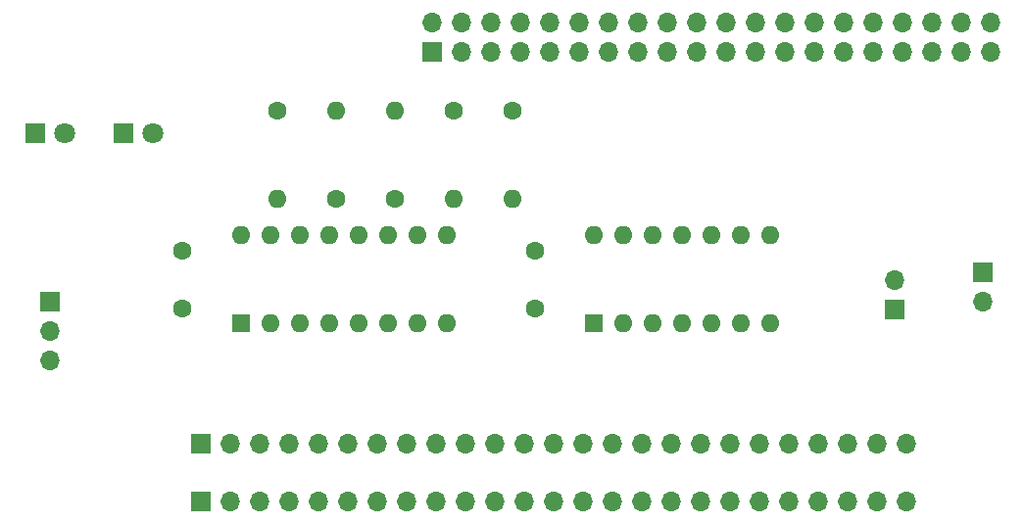
<source format=gbr>
G04 #@! TF.GenerationSoftware,KiCad,Pcbnew,(6.0.6)*
G04 #@! TF.CreationDate,2022-09-15T18:55:59+02:00*
G04 #@! TF.ProjectId,PC128S_IDE,50433132-3853-45f4-9944-452e6b696361,rev?*
G04 #@! TF.SameCoordinates,Original*
G04 #@! TF.FileFunction,Soldermask,Bot*
G04 #@! TF.FilePolarity,Negative*
%FSLAX46Y46*%
G04 Gerber Fmt 4.6, Leading zero omitted, Abs format (unit mm)*
G04 Created by KiCad (PCBNEW (6.0.6)) date 2022-09-15 18:55:59*
%MOMM*%
%LPD*%
G01*
G04 APERTURE LIST*
%ADD10R,1.700000X1.700000*%
%ADD11O,1.700000X1.700000*%
%ADD12C,1.600000*%
%ADD13O,1.600000X1.600000*%
%ADD14R,1.600000X1.600000*%
%ADD15R,1.800000X1.800000*%
%ADD16C,1.800000*%
G04 APERTURE END LIST*
D10*
X212090000Y-100965000D03*
D11*
X212090000Y-103505000D03*
D10*
X144509500Y-120795000D03*
D11*
X147049500Y-120795000D03*
X149589500Y-120795000D03*
X152129500Y-120795000D03*
X154669500Y-120795000D03*
X157209500Y-120795000D03*
X159749500Y-120795000D03*
X162289500Y-120795000D03*
X164829500Y-120795000D03*
X167369500Y-120795000D03*
X169909500Y-120795000D03*
X172449500Y-120795000D03*
X174989500Y-120795000D03*
X177529500Y-120795000D03*
X180069500Y-120795000D03*
X182609500Y-120795000D03*
X185149500Y-120795000D03*
X187689500Y-120795000D03*
X190229500Y-120795000D03*
X192769500Y-120795000D03*
X195309500Y-120795000D03*
X197849500Y-120795000D03*
X200389500Y-120795000D03*
X202929500Y-120795000D03*
X205469500Y-120795000D03*
D10*
X144509500Y-115795000D03*
D11*
X147049500Y-115795000D03*
X149589500Y-115795000D03*
X152129500Y-115795000D03*
X154669500Y-115795000D03*
X157209500Y-115795000D03*
X159749500Y-115795000D03*
X162289500Y-115795000D03*
X164829500Y-115795000D03*
X167369500Y-115795000D03*
X169909500Y-115795000D03*
X172449500Y-115795000D03*
X174989500Y-115795000D03*
X177529500Y-115795000D03*
X180069500Y-115795000D03*
X182609500Y-115795000D03*
X185149500Y-115795000D03*
X187689500Y-115795000D03*
X190229500Y-115795000D03*
X192769500Y-115795000D03*
X195309500Y-115795000D03*
X197849500Y-115795000D03*
X200389500Y-115795000D03*
X202929500Y-115795000D03*
X205469500Y-115795000D03*
D10*
X131445000Y-103505000D03*
D11*
X131445000Y-106045000D03*
X131445000Y-108585000D03*
D12*
X156210000Y-94615000D03*
D13*
X156210000Y-86995000D03*
D10*
X204470000Y-104140000D03*
D11*
X204470000Y-101600000D03*
D14*
X178440000Y-105400000D03*
D13*
X180980000Y-105400000D03*
X183520000Y-105400000D03*
X186060000Y-105400000D03*
X188600000Y-105400000D03*
X191140000Y-105400000D03*
X193680000Y-105400000D03*
X193680000Y-97780000D03*
X191140000Y-97780000D03*
X188600000Y-97780000D03*
X186060000Y-97780000D03*
X183520000Y-97780000D03*
X180980000Y-97780000D03*
X178440000Y-97780000D03*
D15*
X130170000Y-88900000D03*
D16*
X132710000Y-88900000D03*
D12*
X142875000Y-104100000D03*
X142875000Y-99100000D03*
X151130000Y-86995000D03*
D13*
X151130000Y-94615000D03*
D14*
X147950000Y-105400000D03*
D13*
X150490000Y-105400000D03*
X153030000Y-105400000D03*
X155570000Y-105400000D03*
X158110000Y-105400000D03*
X160650000Y-105400000D03*
X163190000Y-105400000D03*
X165730000Y-105400000D03*
X165730000Y-97780000D03*
X163190000Y-97780000D03*
X160650000Y-97780000D03*
X158110000Y-97780000D03*
X155570000Y-97780000D03*
X153030000Y-97780000D03*
X150490000Y-97780000D03*
X147950000Y-97780000D03*
D12*
X173355000Y-104100000D03*
X173355000Y-99100000D03*
D10*
X164470000Y-81920000D03*
D11*
X164470000Y-79380000D03*
X167010000Y-81920000D03*
X167010000Y-79380000D03*
X169550000Y-81920000D03*
X169550000Y-79380000D03*
X172090000Y-81920000D03*
X172090000Y-79380000D03*
X174630000Y-81920000D03*
X174630000Y-79380000D03*
X177170000Y-81920000D03*
X177170000Y-79380000D03*
X179710000Y-81920000D03*
X179710000Y-79380000D03*
X182250000Y-81920000D03*
X182250000Y-79380000D03*
X184790000Y-81920000D03*
X184790000Y-79380000D03*
X187330000Y-81920000D03*
X187330000Y-79380000D03*
X189870000Y-81920000D03*
X189870000Y-79380000D03*
X192410000Y-81920000D03*
X192410000Y-79380000D03*
X194950000Y-81920000D03*
X194950000Y-79380000D03*
X197490000Y-81920000D03*
X197490000Y-79380000D03*
X200030000Y-81920000D03*
X200030000Y-79380000D03*
X202570000Y-81920000D03*
X202570000Y-79380000D03*
X205110000Y-81920000D03*
X205110000Y-79380000D03*
X207650000Y-81920000D03*
X207650000Y-79380000D03*
X210190000Y-81920000D03*
X210190000Y-79380000D03*
X212730000Y-81920000D03*
X212730000Y-79380000D03*
D15*
X137795000Y-88900000D03*
D16*
X140335000Y-88900000D03*
D12*
X166370000Y-86995000D03*
D13*
X166370000Y-94615000D03*
D12*
X161290000Y-94615000D03*
D13*
X161290000Y-86995000D03*
D12*
X171450000Y-86995000D03*
D13*
X171450000Y-94615000D03*
M02*

</source>
